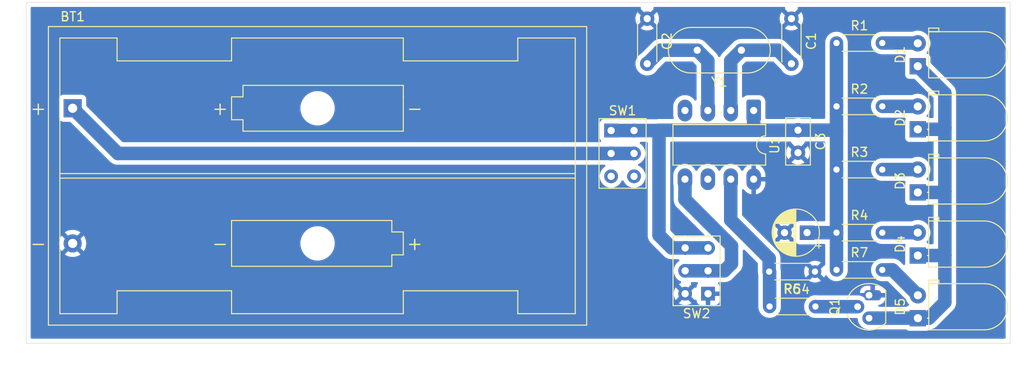
<source format=kicad_pcb>
(kicad_pcb
	(version 20241229)
	(generator "pcbnew")
	(generator_version "9.0")
	(general
		(thickness 1.6)
		(legacy_teardrops no)
	)
	(paper "A4")
	(layers
		(0 "F.Cu" signal)
		(2 "B.Cu" signal)
		(9 "F.Adhes" user "F.Adhesive")
		(11 "B.Adhes" user "B.Adhesive")
		(13 "F.Paste" user)
		(15 "B.Paste" user)
		(5 "F.SilkS" user "F.Silkscreen")
		(7 "B.SilkS" user "B.Silkscreen")
		(1 "F.Mask" user)
		(3 "B.Mask" user)
		(17 "Dwgs.User" user "User.Drawings")
		(19 "Cmts.User" user "User.Comments")
		(21 "Eco1.User" user "User.Eco1")
		(23 "Eco2.User" user "User.Eco2")
		(25 "Edge.Cuts" user)
		(27 "Margin" user)
		(31 "F.CrtYd" user "F.Courtyard")
		(29 "B.CrtYd" user "B.Courtyard")
		(35 "F.Fab" user)
		(33 "B.Fab" user)
		(39 "User.1" user)
		(41 "User.2" user)
		(43 "User.3" user)
		(45 "User.4" user)
	)
	(setup
		(pad_to_mask_clearance 0)
		(allow_soldermask_bridges_in_footprints no)
		(tenting front back)
		(pcbplotparams
			(layerselection 0x00000000_00000000_55555555_5755f5ff)
			(plot_on_all_layers_selection 0x00000000_00000000_00000000_00000000)
			(disableapertmacros no)
			(usegerberextensions no)
			(usegerberattributes yes)
			(usegerberadvancedattributes yes)
			(creategerberjobfile yes)
			(dashed_line_dash_ratio 12.000000)
			(dashed_line_gap_ratio 3.000000)
			(svgprecision 4)
			(plotframeref no)
			(mode 1)
			(useauxorigin no)
			(hpglpennumber 1)
			(hpglpenspeed 20)
			(hpglpendiameter 15.000000)
			(pdf_front_fp_property_popups yes)
			(pdf_back_fp_property_popups yes)
			(pdf_metadata yes)
			(pdf_single_document no)
			(dxfpolygonmode yes)
			(dxfimperialunits yes)
			(dxfusepcbnewfont yes)
			(psnegative no)
			(psa4output no)
			(plot_black_and_white yes)
			(sketchpadsonfab no)
			(plotpadnumbers no)
			(hidednponfab no)
			(sketchdnponfab yes)
			(crossoutdnponfab yes)
			(subtractmaskfromsilk no)
			(outputformat 1)
			(mirror no)
			(drillshape 1)
			(scaleselection 1)
			(outputdirectory "")
		)
	)
	(net 0 "")
	(net 1 "Net-(BT1-+)")
	(net 2 "GND")
	(net 3 "Net-(U1-GP5)")
	(net 4 "Net-(U1-GP4)")
	(net 5 "Net-(D1-K)")
	(net 6 "Net-(D1-A)")
	(net 7 "Net-(D2-A)")
	(net 8 "Net-(D3-A)")
	(net 9 "Net-(D4-A)")
	(net 10 "Net-(Q1-B)")
	(net 11 "Net-(U1-GP0)")
	(net 12 "unconnected-(U1-GP1-Pad6)")
	(net 13 "Net-(SW1-A)")
	(net 14 "Net-(D5-A)")
	(net 15 "Net-(SW2-B)")
	(net 16 "unconnected-(SW1-C-Pad3)")
	(net 17 "unconnected-(U1-GP3-Pad4)")
	(footprint "Button_Switch_THT:SW_NKK_G1xJP" (layer "F.Cu") (at 142 71.41))
	(footprint "Battery:BatteryHolder_Keystone_2462_2xAA" (layer "F.Cu") (at 82.27 68.94))
	(footprint "Capacitor_THT:C_Disc_D4.3mm_W1.9mm_P5.00mm" (layer "F.Cu") (at 146 59 -90))
	(footprint "Resistor_THT:R_Axial_DIN0204_L3.6mm_D1.6mm_P5.08mm_Horizontal" (layer "F.Cu") (at 164.61 87.06 180))
	(footprint "Resistor_THT:R_Axial_DIN0204_L3.6mm_D1.6mm_P5.08mm_Horizontal" (layer "F.Cu") (at 167 61.7))
	(footprint "Resistor_THT:R_Axial_DIN0204_L3.6mm_D1.6mm_P5.08mm_Horizontal" (layer "F.Cu") (at 159.58 90.93))
	(footprint "Resistor_THT:R_Axial_DIN0204_L3.6mm_D1.6mm_P5.08mm_Horizontal" (layer "F.Cu") (at 167 86.87))
	(footprint "Button_Switch_THT:SW_NKK_G1xJP" (layer "F.Cu") (at 152.75 89.51 180))
	(footprint "Capacitor_THT:CP_Radial_D5.0mm_P2.50mm" (layer "F.Cu") (at 163.735113 82.74 180))
	(footprint "Capacitor_THT:C_Disc_D4.3mm_W1.9mm_P5.00mm" (layer "F.Cu") (at 162 59 -90))
	(footprint "LED_THT:LED_D5.0mm_Horizontal_O1.27mm_Z3.0mm_Clear" (layer "F.Cu") (at 176.025 92.225 90))
	(footprint "Resistor_THT:R_Axial_DIN0204_L3.6mm_D1.6mm_P5.08mm_Horizontal" (layer "F.Cu") (at 167 82.74))
	(footprint "Resistor_THT:R_Axial_DIN0204_L3.6mm_D1.6mm_P5.08mm_Horizontal" (layer "F.Cu") (at 167 75.74))
	(footprint "Capacitor_THT:C_Disc_D5.0mm_W2.5mm_P2.50mm" (layer "F.Cu") (at 162.73 71.37 -90))
	(footprint "LED_THT:LED_D5.0mm_Horizontal_O1.27mm_Z3.0mm_Clear" (layer "F.Cu") (at 176.015 71.275 90))
	(footprint "Package_DIP:DIP-8_W7.62mm_LongPads" (layer "F.Cu") (at 157.81 69.19 -90))
	(footprint "Resistor_THT:R_Axial_DIN0204_L3.6mm_D1.6mm_P5.08mm_Horizontal" (layer "F.Cu") (at 167 68.73))
	(footprint "LED_THT:LED_D5.0mm_Horizontal_O1.27mm_Z3.0mm_Clear" (layer "F.Cu") (at 176.015 85.275 90))
	(footprint "LED_THT:LED_D5.0mm_Horizontal_O1.27mm_Z3.0mm_Clear" (layer "F.Cu") (at 176.015 78.275 90))
	(footprint "LED_THT:LED_D5.0mm_Horizontal_O1.27mm_Z3.0mm_Clear" (layer "F.Cu") (at 176.015 64.275 90))
	(footprint "Package_TO_SOT_THT:TO-92L_HandSolder" (layer "F.Cu") (at 170.61 92.22 90))
	(footprint "Crystal:Crystal_HC18-U_Vertical" (layer "F.Cu") (at 156.45 62.5 180))
	(gr_rect
		(start 77.11 57.2)
		(end 186.26 95)
		(stroke
			(width 0.05)
			(type default)
		)
		(fill no)
		(layer "Edge.Cuts")
		(uuid "398f6efd-311e-42f5-b051-30033d41efac")
	)
	(segment
		(start 142 73.95)
		(end 144.54 73.95)
		(width 1.5)
		(layer "B.Cu")
		(net 1)
		(uuid "2091d49a-4c18-41de-bff2-135908d55930")
	)
	(segment
		(start 87.28 73.95)
		(end 82.27 68.94)
		(width 1.5)
		(layer "B.Cu")
		(net 1)
		(uuid "5d0cdd64-2ac7-4cc5-b527-36a9210e4188")
	)
	(segment
		(start 142.21 73.95)
		(end 87.28 73.95)
		(width 1.5)
		(layer "B.Cu")
		(net 1)
		(uuid "c567a850-a23e-48a2-9a43-d09eb2c8355d")
	)
	(segment
		(start 160.5 62.5)
		(end 156.45 62.5)
		(width 1.5)
		(layer "B.Cu")
		(net 3)
		(uuid "5ff44f92-6180-43fe-89cb-d5bb9925a339")
	)
	(segment
		(start 155.27 63.68)
		(end 155.27 69.19)
		(width 1.5)
		(layer "B.Cu")
		(net 3)
		(uuid "823e3104-752b-42de-a304-9fa8d2b7ae4f")
	)
	(segment
		(start 156.45 62.5)
		(end 155.27 63.68)
		(width 1.5)
		(layer "B.Cu")
		(net 3)
		(uuid "b0bbe503-3c0a-418b-a583-f8b1cbcde47e")
	)
	(segment
		(start 162 64)
		(end 160.5 62.5)
		(width 1.5)
		(layer "B.Cu")
		(net 3)
		(uuid "e031a2b8-6ca0-4e39-a699-9840396a038d")
	)
	(segment
		(start 146 64)
		(end 147.5 62.5)
		(width 1.5)
		(layer "B.Cu")
		(net 4)
		(uuid "148357b3-a05a-4080-8af8-e159b1b6a330")
	)
	(segment
		(start 147.5 62.5)
		(end 151.55 62.5)
		(width 1.5)
		(layer "B.Cu")
		(net 4)
		(uuid "1aec55a0-a13a-4a28-b210-5963d93067e7")
	)
	(segment
		(start 152.73 63.68)
		(end 152.73 69.19)
		(width 1.5)
		(layer "B.Cu")
		(net 4)
		(uuid "214c696a-92a2-4ae8-bee1-c70e007692ee")
	)
	(segment
		(start 151.55 62.5)
		(end 152.73 63.68)
		(width 1.5)
		(layer "B.Cu")
		(net 4)
		(uuid "5bda90e0-cd7b-4c6f-94f5-3a27ec532505")
	)
	(segment
		(start 176.015 71.275)
		(end 178.855 71.275)
		(width 1.5)
		(layer "B.Cu")
		(net 5)
		(uuid "064329ad-4c69-4a32-923a-b8131584c918")
	)
	(segment
		(start 178.855 71.275)
		(end 179.02 71.11)
		(width 1.5)
		(layer "B.Cu")
		(net 5)
		(uuid "152b70d6-2d14-43e4-9244-520e0b31defe")
	)
	(segment
		(start 179.02 85.25)
		(end 179.02 90.45)
		(width 1.5)
		(layer "B.Cu")
		(net 5)
		(uuid "182cb3a9-40d0-483b-9541-bd7f4f0fe019")
	)
	(segment
		(start 170.61 92.22)
		(end 176.02 92.22)
		(width 1.5)
		(layer "B.Cu")
		(net 5)
		(uuid "2b703787-c318-4008-9893-c4a412806c49")
	)
	(segment
		(start 176.02 92.22)
		(end 176.025 92.225)
		(width 1.5)
		(layer "B.Cu")
		(net 5)
		(uuid "644a3266-1edd-4a73-b5a3-c4d8d5108dfb")
	)
	(segment
		(start 179.02 71.11)
		(end 179.02 67.28)
		(width 1.5)
		(layer "B.Cu")
		(net 5)
		(uuid "6e33d3fb-e4c2-4f96-9add-5bd2ea188b32")
	)
	(segment
		(start 179.02 78.16)
		(end 179.02 85.25)
		(width 1.5)
		(layer "B.Cu")
		(net 5)
		(uuid "75a7b7e1-8714-41b7-b2e2-0df90c83ea8c")
	)
	(segment
		(start 178.905 78.275)
		(end 179.02 78.16)
		(width 1.5)
		(layer "B.Cu")
		(net 5)
		(uuid "857495b2-94c6-4cb3-b702-3dc9dcd8d37a")
	)
	(segment
		(start 179.02 90.45)
		(end 177.245 92.225)
		(width 1.5)
		(layer "B.Cu")
		(net 5)
		(uuid "97ffe1d8-3195-4422-9868-d8dccb656c79")
	)
	(segment
		(start 177.245 92.225)
		(end 176.025 92.225)
		(width 1.5)
		(layer "B.Cu")
		(net 5)
		(uuid "99c9a455-f187-48b7-9695-219a4ae34efd")
	)
	(segment
		(start 179.02 78.16)
		(end 179.02 71.11)
		(width 1.5)
		(layer "B.Cu")
		(net 5)
		(uuid "a7303a5a-60e7-49d2-b21d-6a82e0f20818")
	)
	(segment
		(start 179.02 67.28)
		(end 176.015 64.275)
		(width 1.5)
		(layer "B.Cu")
		(net 5)
		(uuid "c1e8e189-e945-45f7-aa6b-14979fd7d4ee")
	)
	(segment
		(start 178.995 85.275)
		(end 179.02 85.25)
		(width 1.5)
		(layer "B.Cu")
		(net 5)
		(uuid "ec364596-4b02-4551-8d5f-0f27f7e3ddf9")
	)
	(segment
		(start 176.015 85.275)
		(end 178.995 85.275)
		(width 1.5)
		(layer "B.Cu")
		(net 5)
		(uuid "eff12793-482a-448e-94fe-a735eff1f3cd")
	)
	(segment
		(start 176.015 78.275)
		(end 178.905 78.275)
		(width 1.5)
		(layer "B.Cu")
		(net 5)
		(uuid "f2051872-bfc5-4f2d-ba19-29f19a787622")
	)
	(segment
		(start 175.98 61.7)
		(end 176.015 61.735)
		(width 1.5)
		(layer "B.Cu")
		(net 6)
		(uuid "8c24e684-8738-46fa-8902-acf4cf8b5732")
	)
	(segment
		(start 172.08 61.7)
		(end 175.98 61.7)
		(width 1.5)
		(layer "B.Cu")
		(net 6)
		(uuid "a0daf443-e1ce-4519-b796-08cdd18c7388")
	)
	(segment
		(start 176.01 68.73)
		(end 176.015 68.735)
		(width 1.5)
		(layer "B.Cu")
		(net 7)
		(uuid "955087f1-e76d-4684-9b88-f91691ec35f3")
	)
	(segment
		(start 172.08 68.73)
		(end 176.01 68.73)
		(width 1.5)
		(layer "B.Cu")
		(net 7)
		(uuid "c0f4960c-246a-4406-9fd6-91ca4ff30402")
	)
	(segment
		(start 172.08 75.74)
		(end 176.01 75.74)
		(width 1.5)
		(layer "B.Cu")
		(net 8)
		(uuid "595d472b-db5a-4872-9413-67090cece2b0")
	)
	(segment
		(start 176.01 75.74)
		(end 176.015 75.735)
		(width 1.5)
		(layer "B.Cu")
		(net 8)
		(uuid "843e9e7b-0d39-4217-83b8-38741705070d")
	)
	(segment
		(start 172.08 82.74)
		(end 176.01 82.74)
		(width 1.5)
		(layer "B.Cu")
		(net 9)
		(uuid "1f8b09e5-03a8-45c8-8077-b69d29cd7bb5")
	)
	(segment
		(start 176.01 82.74)
		(end 176.015 82.735)
		(width 1.5)
		(layer "B.Cu")
		(net 9)
		(uuid "d7b98109-8acf-46f1-a8b2-144485ce30cd")
	)
	(segment
		(start 164.68 90.95)
		(end 164.66 90.93)
		(width 1.5)
		(layer "B.Cu")
		(net 10)
		(uuid "3a2fc605-16f8-412d-846b-2a954ccb9887")
	)
	(segment
		(start 169.34 90.95)
		(end 164.68 90.95)
		(width 1.5)
		(layer "B.Cu")
		(net 10)
		(uuid "53c5ff7a-759c-4956-abad-7cddcdcde79c")
	)
	(segment
		(start 155.27 76.81)
		(end 155.27 81.34)
		(width 1.5)
		(layer "B.Cu")
		(net 11)
		(uuid "9b3f9f78-4abf-4f75-b3b4-096b446954c9")
	)
	(segment
		(start 159.58 87.11)
		(end 159.53 87.06)
		(width 1.5)
		(layer "B.Cu")
		(net 11)
		(uuid "c8fc8a84-e34d-4e53-8993-c4dcf32bbfb4")
	)
	(segment
		(start 159.58 90.93)
		(end 159.58 87.11)
		(width 1.5)
		(layer "B.Cu")
		(net 11)
		(uuid "e1df296a-51da-4a31-96d9-eaa4bc9ff977")
	)
	(segment
		(start 155.27 81.34)
		(end 159.53 85.6)
		(width 1.5)
		(layer "B.Cu")
		(net 11)
		(uuid "e4b10651-2e02-4c1f-88ac-fcfd866d1f03")
	)
	(segment
		(start 159.53 85.6)
		(end 159.53 87.06)
		(width 1.5)
		(layer "B.Cu")
		(net 11)
		(uuid "fa4b4b7f-c6ce-4689-8484-0218da8a088f")
	)
	(segment
		(start 162.73 71.37)
		(end 162.72 71.38)
		(width 1.5)
		(layer "B.Cu")
		(net 13)
		(uuid "06b9d04d-61f5-4d9d-8bfd-cc109403955f")
	)
	(segment
		(start 166.95 71.37)
		(end 167 71.42)
		(width 1.5)
		(layer "B.Cu")
		(net 13)
		(uuid "09d3ce0f-a0bb-4350-b01f-02c8d657391d")
	)
	(segment
		(start 157.87 71.38)
		(end 147.34 71.38)
		(width 1.5)
		(layer "B.Cu")
		(net 13)
		(uuid "29e4049e-354a-4349-acd8-bea75541e499")
	)
	(segment
		(start 167 86.87)
		(end 167 82.74)
		(width 1.5)
		(layer "B.Cu")
		(net 13)
		(uuid "6c8447a3-3067-4e20-904d-013e842e64b6")
	)
	(segment
		(start 167 71.42)
		(end 167 75.74)
		(width 1.5)
		(layer "B.Cu")
		(net 13)
		(uuid "750c30a0-b38c-425e-8da6-47a60a5f21c2")
	)
	(segment
		(start 147.31 71.41)
		(end 144.75 71.41)
		(width 1.5)
		(layer "B.Cu")
		(net 13)
		(uuid "79a78447-7089-4eea-84d5-9caea6169e4a")
	)
	(segment
		(start 162.72 71.38)
		(end 157.87 71.38)
		(width 1.5)
		(layer "B.Cu")
		(net 13)
		(uuid "8809b7d2-6a67-4cfa-8e4a-0a898509ee81")
	)
	(segment
		(start 147.31 83.02)
		(end 147.31 71.41)
		(width 1.5)
		(layer "B.Cu")
		(net 13)
		(uuid "90b39357-65e7-4ed5-9924-ffe42e60608f")
	)
	(segment
		(start 167 75.74)
		(end 167 82.74)
		(width 1.5)
		(layer "B.Cu")
		(net 13)
		(uuid "929d08b8-fa00-4a6c-96bd-ac9a9182b7b5")
	)
	(segment
		(start 144.75 71.41)
		(end 142.21 71.41)
		(width 1.5)
		(layer "B.Cu")
		(net 13)
		(uuid "929ee722-26b1-45c0-beae-590b15e9d298")
	)
	(segment
		(start 147.34 71.38)
		(end 147.31 71.41)
		(width 1.5)
		(layer "B.Cu")
		(net 13)
		(uuid "a26ff034-87dd-4253-acf9-53b57ccc75cf")
	)
	(segment
		(start 157.81 71.32)
		(end 157.87 71.38)
		(width 1.5)
		(layer "B.Cu")
		(net 13)
		(uuid "a7761b6b-70cd-4dea-ab73-2e56b0981d50")
	)
	(segment
		(start 163.735113 82.74)
		(end 167 82.74)
		(width 1.5)
		(layer "B.Cu")
		(net 13)
		(uuid "ae84673a-4b3a-48cd-a590-694edcfef05b")
	)
	(segment
		(start 150.21 84.43)
		(end 152.75 84.43)
		(width 1.5)
		(layer "B.Cu")
		(net 13)
		(uuid "c017b9a2-653a-4358-90c4-e5a759c5c081")
	)
	(segment
		(start 162.73 71.37)
		(end 166.95 71.37)
		(width 1.5)
		(layer "B.Cu")
		(net 13)
		(uuid "c7c6f89f-dd6f-479c-a3f3-5a05dab83401")
	)
	(segment
		(start 167 61.7)
		(end 167 68.73)
		(width 1.5)
		(layer "B.Cu")
		(net 13)
		(uuid "d32cec77-e5ae-4db2-923d-a0d312463d3d")
	)
	(segment
		(start 148.72 84.43)
		(end 147.31 83.02)
		(width 1.5)
		(layer "B.Cu")
		(net 13)
		(uuid "e2797c92-f7bc-40d5-a171-97829e0c45b7")
	)
	(segment
		(start 157.81 69.19)
		(end 157.81 71.32)
		(width 1.5)
		(layer "B.Cu")
		(net 13)
		(uuid "e940ba65-d577-4ee0-8225-b8d529ca5004")
	)
	(segment
		(start 167 68.73)
		(end 167 71.42)
		(width 1.5)
		(layer "B.Cu")
		(net 13)
		(uuid "f6052f24-b457-43d2-b96a-bb77a486579e")
	)
	(segment
		(start 150.21 84.43)
		(end 148.72 84.43)
		(width 1.5)
		(layer "B.Cu")
		(net 13)
		(uuid "fb4bd53b-5101-4324-a9a4-593ef4255bfa")
	)
	(segment
		(start 173.21 86.87)
		(end 176.025 89.685)
		(width 1.5)
		(layer "B.Cu")
		(net 14)
		(uuid "473a11db-a8a4-4b1b-b61d-949c36b451b6")
	)
	(segment
		(start 172.08 86.87)
		(end 173.21 86.87)
		(width 1.5)
		(layer "B.Cu")
		(net 14)
		(uuid "7a57c072-1c10-4ee6-9ebb-07cabe31a043")
	)
	(segment
		(start 150.19 76.81)
		(end 150.19 79.05)
		(width 1.5)
		(layer "B.Cu")
		(net 15)
		(uuid "058b7114-84e8-40b1-a0c3-98b036abdb17")
	)
	(segment
		(start 155.35 86.17)
		(end 154.55 86.97)
		(width 1.5)
		(layer "B.Cu")
		(net 15)
		(uuid "291a7ac2-1b9f-40fe-ac56-f1521a7c8195")
	)
	(segment
		(start 154.55 86.97)
		(end 152.75 86.97)
		(width 1.5)
		(layer "B.Cu")
		(net 15)
		(uuid "4bdac337-4b06-4e5a-9ddb-e344d3424c41")
	)
	(segment
		(start 155.35 84.21)
		(end 155.35 86.17)
		(width 1.5)
		(layer "B.Cu")
		(net 15)
		(uuid "7d6db847-4a34-4865-b796-b0697d33ac7f")
	)
	(segment
		(start 150.21 86.97)
		(end 152.75 86.97)
		(width 1.5)
		(layer "B.Cu")
		(net 15)
		(uuid "b96ced82-26b1-465c-a5cb-fef553fa7899")
	)
	(segment
		(start 150.19 79.05)
		(end 155.35 84.21)
		(width 1.5)
		(layer "B.Cu")
		(net 15)
		(uuid "f4d3465b-f852-4cde-88cb-425b1145cf86")
	)
	(zone
		(net 2)
		(net_name "GND")
		(layer "B.Cu")
		(uuid "d5578fbc-281d-4b12-aeee-302a8ef299ec")
		(hatch edge 0.5)
		(connect_pads
			(clearance 0.5)
		)
		(min_thickness 0.25)
		(filled_areas_thickness no)
		(fill yes
			(thermal_gap 0.5)
			(thermal_bridge_width 0.5)
		)
		(polygon
			(pts
				(xy 77.11 57) (xy 187.03 56.93) (xy 187.36 96.12) (xy 74.21 99.3) (xy 76.79 57.01)
			)
		)
		(filled_polygon
			(layer "B.Cu")
			(pts
				(xy 151.577623 88.240185) (xy 151.623378 88.292989) (xy 151.633322 88.362147) (xy 151.60985 88.418812)
				(xy 151.544647 88.50591) (xy 151.544645 88.505913) (xy 151.494403 88.64062) (xy 151.494401 88.640627)
				(xy 151.488 88.700155) (xy 151.488 88.740342) (xy 151.468315 88.807381) (xy 151.415511 88.853136)
				(xy 151.346353 88.86308) (xy 151.282797 88.834055) (xy 151.263683 88.813229) (xy 151.262269 88.811283)
				(xy 151.262268 88.811283) (xy 150.6164 89.457151) (xy 150.6164 89.456496) (xy 150.588705 89.353135)
				(xy 150.535201 89.260464) (xy 150.459536 89.184799) (xy 150.366865 89.131295) (xy 150.263504 89.1036)
				(xy 150.262847 89.1036) (xy 150.908716 88.457731) (xy 150.908715 88.45773) (xy 150.890943 88.444817)
				(xy 150.848278 88.389486) (xy 150.8423 88.319873) (xy 150.874907 88.258078) (xy 150.935746 88.223722)
				(xy 150.96383 88.2205) (xy 151.510584 88.2205)
			)
		)
		(filled_polygon
			(layer "B.Cu")
			(pts
				(xy 145.225532 57.709382) (xy 145.256257 57.716528) (xy 145.258808 57.719154) (xy 145.26232 57.720185)
				(xy 145.282968 57.744014) (xy 145.304951 57.766635) (xy 145.305677 57.770222) (xy 145.308075 57.772989)
				(xy 145.312563 57.804205) (xy 145.318826 57.835113) (xy 145.317498 57.838523) (xy 145.318019 57.842147)
				(xy 145.304918 57.870833) (xy 145.293476 57.900222) (xy 145.289918 57.903679) (xy 145.288994 57.905703)
				(xy 145.274173 57.919304) (xy 145.274077 57.920524) (xy 145.953554 58.6) (xy 145.947339 58.6) (xy 145.845606 58.627259)
				(xy 145.754394 58.67992) (xy 145.67992 58.754394) (xy 145.627259 58.845606) (xy 145.6 58.947339)
				(xy 145.6 58.953553) (xy 144.920524 58.274077) (xy 144.920523 58.274077) (xy 144.888143 58.318644)
				(xy 144.795244 58.500968) (xy 144.732009 58.695582) (xy 144.7 58.897682) (xy 144.7 59.102317) (xy 144.732009 59.304417)
				(xy 144.795244 59.499031) (xy 144.888141 59.68135) (xy 144.888147 59.681359) (xy 144.920523 59.725921)
				(xy 144.920524 59.725922) (xy 145.6 59.046446) (xy 145.6 59.052661) (xy 145.627259 59.154394) (xy 145.67992 59.245606)
				(xy 145.754394 59.32008) (xy 145.845606 59.372741) (xy 145.947339 59.4) (xy 145.953553 59.4) (xy 145.274076 60.079474)
				(xy 145.31865 60.111859) (xy 145.500968 60.204755) (xy 145.695582 60.26799) (xy 145.897683 60.3)
				(xy 146.102317 60.3) (xy 146.304417 60.26799) (xy 146.499031 60.204755) (xy 146.681349 60.111859)
				(xy 146.725921 60.079474) (xy 146.046447 59.4) (xy 146.052661 59.4) (xy 146.154394 59.372741) (xy 146.245606 59.32008)
				(xy 146.32008 59.245606) (xy 146.372741 59.154394) (xy 146.4 59.052661) (xy 146.4 59.046447) (xy 147.079474 59.725921)
				(xy 147.111859 59.681349) (xy 147.204755 59.499031) (xy 147.26799 59.304417) (xy 147.3 59.102317)
				(xy 147.3 58.897682) (xy 147.26799 58.695582) (xy 147.204755 58.500968) (xy 147.111859 58.31865)
				(xy 147.079474 58.274077) (xy 147.079474 58.274076) (xy 146.4 58.953551) (xy 146.4 58.947339) (xy 146.372741 58.845606)
				(xy 146.32008 58.754394) (xy 146.245606 58.67992) (xy 146.154394 58.627259) (xy 146.052661 58.6)
				(xy 146.046446 58.6) (xy 146.725922 57.920524) (xy 146.725626 57.916769) (xy 146.689167 57.869489)
				(xy 146.683188 57.799876) (xy 146.715793 57.738081) (xy 146.776631 57.703723) (xy 146.804718 57.7005)
				(xy 161.195281 57.7005) (xy 161.26232 57.720185) (xy 161.308075 57.772989) (xy 161.318019 57.842147)
				(xy 161.288994 57.905703) (xy 161.274173 57.919304) (xy 161.274077 57.920524) (xy 161.953554 58.6)
				(xy 161.947339 58.6) (xy 161.845606 58.627259) (xy 161.754394 58.67992) (xy 161.67992 58.754394)
				(xy 161.627259 58.845606) (xy 161.6 58.947339) (xy 161.6 58.953553) (xy 160.920524 58.274077) (xy 160.920523 58.274077)
				(xy 160.888143 58.318644) (xy 160.795244 58.500968) (xy 160.732009 58.695582) (xy 160.7 58.897682)
				(xy 160.7 59.102317) (xy 160.732009 59.304417) (xy 160.795244 59.499031) (xy 160.888141 59.68135)
				(xy 160.888147 59.681359) (xy 160.920523 59.725921) (xy 160.920524 59.725922) (xy 161.6 59.046446)
				(xy 161.6 59.052661) (xy 161.627259 59.154394) (xy 161.67992 59.245606) (xy 161.754394 59.32008)
				(xy 161.845606 59.372741) (xy 161.947339 59.4) (xy 161.953553 59.4) (xy 161.274076 60.079474) (xy 161.31865 60.111859)
				(xy 161.500968 60.204755) (xy 161.695582 60.26799) (xy 161.897683 60.3) (xy 162.102317 60.3) (xy 162.304417 60.26799)
				(xy 162.499031 60.204755) (xy 162.681349 60.111859) (xy 162.725921 60.079474) (xy 162.046447 59.4)
				(xy 162.052661 59.4) (xy 162.154394 59.372741) (xy 162.245606 59.32008) (xy 162.32008 59.245606)
				(xy 162.372741 59.154394) (xy 162.4 59.052661) (xy 162.4 59.046447) (xy 163.079474 59.725921) (xy 163.111859 59.681349)
				(xy 163.204755 59.499031) (xy 163.26799 59.304417) (xy 163.3 59.102317) (xy 163.3 58.897682) (xy 163.26799 58.695582)
				(xy 163.204755 58.500968) (xy 163.111859 58.31865) (xy 163.079474 58.274077) (xy 163.079474 58.274076)
				(xy 162.4 58.953551) (xy 162.4 58.947339) (xy 162.372741 58.845606) (xy 162.32008 58.754394) (xy 162.245606 58.67992)
				(xy 162.154394 58.627259) (xy 162.052661 58.6) (xy 162.046446 58.6) (xy 162.725922 57.920524) (xy 162.725626 57.916769)
				(xy 162.689167 57.869489) (xy 162.683188 57.799876) (xy 162.715793 57.738081) (xy 162.776631 57.703723)
				(xy 162.804718 57.7005) (xy 185.6355 57.7005) (xy 185.702539 57.720185) (xy 185.748294 57.772989)
				(xy 185.7595 57.8245) (xy 185.7595 94.3755) (xy 185.739815 94.442539) (xy 185.687011 94.488294)
				(xy 185.6355 94.4995) (xy 77.7345 94.4995) (xy 77.667461 94.479815) (xy 77.621706 94.427011) (xy 77.6105 94.3755)
				(xy 77.6105 83.811947) (xy 80.77 83.811947) (xy 80.77 84.048052) (xy 80.806934 84.281247) (xy 80.879897 84.505802)
				(xy 80.987087 84.716174) (xy 81.047338 84.799104) (xy 81.04734 84.799105) (xy 81.778871 84.067574)
				(xy 81.794755 84.126853) (xy 81.861898 84.243147) (xy 81.956853 84.338102) (xy 82.073147 84.405245)
				(xy 82.132425 84.421128) (xy 81.400893 85.152658) (xy 81.483828 85.212914) (xy 81.694197 85.320102)
				(xy 81.918752 85.393065) (xy 81.918751 85.393065) (xy 82.151948 85.43) (xy 82.388052 85.43) (xy 82.621247 85.393065)
				(xy 82.845802 85.320102) (xy 83.056163 85.212918) (xy 83.056169 85.212914) (xy 83.139104 85.152658)
				(xy 83.139105 85.152658) (xy 82.407574 84.421128) (xy 82.466853 84.405245) (xy 82.583147 84.338102)
				(xy 82.678102 84.243147) (xy 82.745245 84.126853) (xy 82.761128 84.067575) (xy 83.492658 84.799105)
				(xy 83.492658 84.799104) (xy 83.552914 84.716169) (xy 83.552918 84.716163) (xy 83.660102 84.505802)
				(xy 83.733065 84.281247) (xy 83.77 84.048052) (xy 83.77 83.811952) (xy 83.769999 83.811943) (xy 83.768969 83.805441)
				(xy 107.5345 83.805441) (xy 107.5345 84.054558) (xy 107.534501 84.054575) (xy 107.564646 84.283554)
				(xy 107.567018 84.301565) (xy 107.576808 84.338102) (xy 107.631498 84.542207) (xy 107.72683 84.772361)
				(xy 107.726837 84.772376) (xy 107.8514 84.988126) (xy 108.00306 85.185774) (xy 108.003066 85.185781)
				(xy 108.179218 85.361933) (xy 108.179225 85.361939) (xy 108.376873 85.513599) (xy 108.592623 85.638162)
				(xy 108.592638 85.638169) (xy 108.648755 85.661413) (xy 108.822793 85.733502) (xy 109.063435 85.797982)
				(xy 109.310435 85.8305) (xy 109.310442 85.8305) (xy 109.559558 85.8305) (xy 109.559565 85.8305)
				(xy 109.806565 85.797982) (xy 110.047207 85.733502) (xy 110.277373 85.638164) (xy 110.493127 85.513599)
				(xy 110.690776 85.361938) (xy 110.866938 85.185776) (xy 111.018599 84.988127) (xy 111.143164 84.772373)
				(xy 111.238502 84.542207) (xy 111.302982 84.301565) (xy 111.3355 84.054565) (xy 111.3355 83.805435)
				(xy 111.302982 83.558435) (xy 111.238502 83.317793) (xy 111.143164 83.087627) (xy 111.128917 83.062951)
				(xy 111.018599 82.871873) (xy 110.866939 82.674225) (xy 110.866933 82.674218) (xy 110.690781 82.498066)
				(xy 110.690774 82.49806) (xy 110.493126 82.3464) (xy 110.277376 82.221837) (xy 110.277361 82.22183)
				(xy 110.047207 82.126498) (xy 109.890823 82.084595) (xy 109.806565 82.062018) (xy 109.806564 82.062017)
				(xy 109.806561 82.062017) (xy 109.559575 82.029501) (xy 109.55957 82.0295) (xy 109.559565 82.0295)
				(xy 109.310435 82.0295) (xy 109.310429 82.0295) (xy 109.310424 82.029501) (xy 109.063438 82.062017)
				(xy 108.822792 82.126498) (xy 108.592638 82.22183) (xy 108.592623 82.221837) (xy 108.376873 82.3464)
				(xy 108.179225 82.49806) (xy 108.179218 82.498066) (xy 108.003066 82.674218) (xy 108.00306 82.674225)
				(xy 107.8514 82.871873) (xy 107.726837 83.087623) (xy 107.72683 83.087638) (xy 107.631498 83.317792)
				(xy 107.567017 83.558438) (xy 107.534501 83.805424) (xy 107.5345 83.805441) (xy 83.768969 83.805441)
				(xy 83.733065 83.578752) (xy 83.660102 83.354197) (xy 83.552914 83.143828) (xy 83.492658 83.060894)
				(xy 83.492658 83.060893) (xy 82.761128 83.792424) (xy 82.745245 83.733147) (xy 82.678102 83.616853)
				(xy 82.583147 83.521898) (xy 82.466853 83.454755) (xy 82.407574 83.438871) (xy 83.139105 82.70734)
				(xy 83.139104 82.707338) (xy 83.056174 82.647087) (xy 82.845802 82.539897) (xy 82.621247 82.466934)
				(xy 82.621248 82.466934) (xy 82.388052 82.43) (xy 82.151948 82.43) (xy 81.918752 82.466934) (xy 81.694197 82.539897)
				(xy 81.48383 82.647084) (xy 81.400894 82.70734) (xy 82.132425 83.438871) (xy 82.073147 83.454755)
				(xy 81.956853 83.521898) (xy 81.861898 83.616853) (xy 81.794755 83.733147) (xy 81.778871 83.792425)
				(xy 81.04734 83.060894) (xy 80.987084 83.14383) (xy 80.879897 83.354197) (xy 80.806934 83.578752)
				(xy 80.77 83.811947) (xy 77.6105 83.811947) (xy 77.6105 67.892135) (xy 80.7695 67.892135) (xy 80.7695 69.98787)
				(xy 80.769501 69.987876) (xy 80.775908 70.047483) (xy 80.826202 70.182328) (xy 80.826206 70.182335)
				(xy 80.912452 70.297544) (xy 80.912455 70.297547) (xy 81.027664 70.383793) (xy 81.027671 70.383797)
				(xy 81.162517 70.434091) (xy 81.162516 70.434091) (xy 81.169444 70.434835) (xy 81.222127 70.4405)
				(xy 81.950663 70.440499) (xy 82.017702 70.460183) (xy 82.038344 70.476818) (xy 86.465354 74.903828)
				(xy 86.624595 75.019524) (xy 86.707454 75.061742) (xy 86.799969 75.108882) (xy 86.799971 75.108882)
				(xy 86.799974 75.108884) (xy 86.875396 75.13339) (xy 86.987173 75.169709) (xy 87.181578 75.2005)
				(xy 87.181583 75.2005) (xy 87.181584 75.2005) (xy 87.378417 75.2005) (xy 141.245318 75.2005) (xy 141.312357 75.220185)
				(xy 141.358112 75.272989) (xy 141.368056 75.342147) (xy 141.339031 75.405703) (xy 141.318204 75.424818)
				(xy 141.177533 75.527021) (xy 141.037021 75.667533) (xy 140.920213 75.828305) (xy 140.829994 76.005367)
				(xy 140.829993 76.00537) (xy 140.768587 76.194362) (xy 140.750639 76.307682) (xy 140.7375 76.390639)
				(xy 140.7375 76.589361) (xy 140.746687 76.647365) (xy 140.768587 76.785637) (xy 140.829993 76.974629)
				(xy 140.829994 76.974632) (xy 140.871253 77.055606) (xy 140.920213 77.151694) (xy 141.037019 77.312464)
				(xy 141.177536 77.452981) (xy 141.338306 77.569787) (xy 141.376995 77.5895) (xy 141.515367 77.660005)
				(xy 141.51537 77.660006) (xy 141.609866 77.690709) (xy 141.704364 77.721413) (xy 141.900639 77.7525)
				(xy 141.90064 77.7525) (xy 142.09936 77.7525) (xy 142.099361 77.7525) (xy 142.295636 77.721413)
				(xy 142.484632 77.660005) (xy 142.661694 77.569787) (xy 142.822464 77.452981) (xy 142.962981 77.312464)
				(xy 143.079787 77.151694) (xy 143.159515 76.995218) (xy 143.20749 76.944423) (xy 143.275311 76.927628)
				(xy 143.341446 76.950165) (xy 143.380484 76.995218) (xy 143.460213 77.151694) (xy 143.577019 77.312464)
				(xy 143.717536 77.452981) (xy 143.878306 77.569787) (xy 143.916995 77.5895) (xy 144.055367 77.660005)
				(xy 144.05537 77.660006) (xy 144.149866 77.690709) (xy 144.244364 77.721413) (xy 144.440639 77.7525)
				(xy 144.44064 77.7525) (xy 144.63936 77.7525) (xy 144.639361 77.7525) (xy 144.835636 77.721413)
				(xy 145.024632 77.660005) (xy 145.201694 77.569787) (xy 145.362464 77.452981) (xy 145.502981 77.312464)
				(xy 145.619787 77.151694) (xy 145.710005 76.974632) (xy 145.771413 76.785636) (xy 145.8025 76.589361)
				(xy 145.8025 76.390639) (xy 145.771413 76.194364) (xy 145.710005 76.005368) (xy 145.710005 76.005367)
				(xy 145.650824 75.88922) (xy 145.619787 75.828306) (xy 145.502981 75.667536) (xy 145.362464 75.527019)
				(xy 145.201694 75.410213) (xy 145.045218 75.330484) (xy 144.994423 75.28251) (xy 144.977628 75.214689)
				(xy 145.000165 75.148554) (xy 145.045218 75.109515) (xy 145.201694 75.029787) (xy 145.362464 74.912981)
				(xy 145.502981 74.772464) (xy 145.619787 74.611694) (xy 145.710005 74.434632) (xy 145.771413 74.245636)
				(xy 145.8025 74.049361) (xy 145.8025 73.850639) (xy 145.771413 73.654364) (xy 145.71151 73.47) (xy 145.710006 73.46537)
				(xy 145.710005 73.465367) (xy 145.63918 73.326367) (xy 145.619787 73.288306) (xy 145.502981 73.127536)
				(xy 145.362464 72.987019) (xy 145.221795 72.884817) (xy 145.179131 72.829488) (xy 145.173152 72.759875)
				(xy 145.205758 72.69808) (xy 145.266597 72.663722) (xy 145.294682 72.6605) (xy 145.9355 72.6605)
				(xy 146.002539 72.680185) (xy 146.048294 72.732989) (xy 146.0595 72.7845) (xy 146.0595 83.118422)
				(xy 146.09029 83.312826) (xy 146.151117 83.50003) (xy 146.210642 83.616853) (xy 146.240476 83.675405)
				(xy 146.356172 83.834646) (xy 147.905354 85.383828) (xy 148.064595 85.499524) (xy 148.239974 85.588884)
				(xy 148.391642 85.638164) (xy 148.427174 85.649709) (xy 148.459575 85.65484) (xy 148.621578 85.6805)
				(xy 148.621583 85.6805) (xy 149.455318 85.6805) (xy 149.522357 85.700185) (xy 149.568112 85.752989)
				(xy 149.578056 85.822147) (xy 149.549031 85.885703) (xy 149.528204 85.904818) (xy 149.387533 86.007021)
				(xy 149.247021 86.147533) (xy 149.130213 86.308305) (xy 149.039994 86.485367) (xy 149.039993 86.48537)
				(xy 148.978587 86.674362) (xy 148.962015 86.778997) (xy 148.9475 86.870639) (xy 148.9475 87.069361)
				(xy 148.960976 87.154447) (xy 148.978587 87.265637) (xy 149.039993 87.454629) (xy 149.039994 87.454632)
				(xy 149.080867 87.534848) (xy 149.130213 87.631694) (xy 149.247019 87.792464) (xy 149.387536 87.932981)
				(xy 149.548306 88.049787) (xy 149.705332 88.129796) (xy 149.756127 88.177769) (xy 149.772922 88.24559)
				(xy 149.750385 88.311725) (xy 149.705332 88.350764) (xy 149.548566 88.430641) (xy 149.511283 88.457729)
				(xy 149.511282 88.45773) (xy 150.157154 89.1036) (xy 150.156496 89.1036) (xy 150.053135 89.131295)
				(xy 149.960464 89.184799) (xy 149.884799 89.260464) (xy 149.831295 89.353135) (xy 149.8036 89.456496)
				(xy 149.8036 89.457152) (xy 149.15773 88.811282) (xy 149.157729 88.811283) (xy 149.130643 88.848564)
				(xy 149.040457 89.025562) (xy 148.979075 89.214476) (xy 148.979075 89.214479) (xy 148.948 89.410678)
				(xy 148.948 89.609321) (xy 148.979075 89.80552) (xy 148.979075 89.805523) (xy 149.040457 89.994437)
				(xy 149.130641 90.171432) (xy 149.15773 90.208715) (xy 149.157731 90.208716) (xy 149.8036 89.562847)
				(xy 149.8036 89.563504) (xy 149.831295 89.666865) (xy 149.884799 89.759536) (xy 149.960464 89.835201)
				(xy 150.053135 89.888705) (xy 150.156496 89.9164) (xy 150.157153 89.9164) (xy 149.511283 90.562268)
				(xy 149.511283 90.562269) (xy 149.548567 90.589358) (xy 149.725562 90.679542) (xy 149.914477 90.740924)
				(xy 150.110679 90.772) (xy 150.309321 90.772) (xy 150.50552 90.740924) (xy 150.505523 90.740924)
				(xy 150.694437 90.679542) (xy 150.871425 90.589362) (xy 150.908716 90.562268) (xy 150.262848 89.9164)
				(xy 150.263504 89.9164) (xy 150.366865 89.888705) (xy 150.459536 89.835201) (xy 150.535201 89.759536)
				(xy 150.588705 89.666865) (xy 150.6164 89.563504) (xy 150.6164 89.562847) (xy 151.262268 90.208715)
				(xy 151.263683 90.206769) (xy 151.319013 90.164104) (xy 151.388627 90.158126) (xy 151.450421 90.190733)
				(xy 151.484778 90.251572) (xy 151.488 90.279656) (xy 151.488 90.319844) (xy 151.494401 90.379372)
				(xy 151.494403 90.379379) (xy 151.544645 90.514086) (xy 151.544649 90.514093) (xy 151.630809 90.629187)
				(xy 151.630812 90.62919) (xy 151.745906 90.71535) (xy 151.745913 90.715354) (xy 151.88062 90.765596)
				(xy 151.880627 90.765598) (xy 151.940155 90.771999) (xy 151.940172 90.772) (xy 152.5 90.772) (xy 152.5 89.834737)
				(xy 152.500464 89.835201) (xy 152.593135 89.888705) (xy 152.696496 89.9164) (xy 152.803504 89.9164)
				(xy 152.906865 89.888705) (xy 152.999536 89.835201) (xy 153 89.834737) (xy 153 90.772) (xy 153.559828 90.772)
				(xy 153.559844 90.771999) (xy 153.619372 90.765598) (xy 153.619379 90.765596) (xy 153.754086 90.715354)
				(xy 153.754093 90.71535) (xy 153.869187 90.62919) (xy 153.86919 90.629187) (xy 153.95535 90.514093)
				(xy 153.955354 90.514086) (xy 154.005596 90.379379) (xy 154.005598 90.379372) (xy 154.011999 90.319844)
				(xy 154.012 90.319827) (xy 154.012 89.76) (xy 153.074737 89.76) (xy 153.075201 89.759536) (xy 153.128705 89.666865)
				(xy 153.1564 89.563504) (xy 153.1564 89.456496) (xy 153.128705 89.353135) (xy 153.075201 89.260464)
				(xy 153.074737 89.26) (xy 154.012 89.26) (xy 154.012 88.700172) (xy 154.011999 88.700155) (xy 154.005598 88.640627)
				(xy 154.005596 88.64062) (xy 153.955354 88.505913) (xy 153.955352 88.50591) (xy 153.89015 88.418812)
				(xy 153.865732 88.353348) (xy 153.880583 88.285074) (xy 153.929988 88.235669) (xy 153.989416 88.2205)
				(xy 154.648422 88.2205) (xy 154.842826 88.189709) (xy 155.030026 88.128884) (xy 155.205405 88.039524)
				(xy 155.364646 87.923828) (xy 156.303828 86.984646) (xy 156.419524 86.825405) (xy 156.508884 86.650026)
				(xy 156.569709 86.462826) (xy 156.591089 86.327838) (xy 156.592416 86.319458) (xy 156.6005 86.268421)
				(xy 156.6005 84.738336) (xy 156.620185 84.671297) (xy 156.672989 84.625542) (xy 156.742147 84.615598)
				(xy 156.805703 84.644623) (xy 156.812181 84.650655) (xy 158.243181 86.081655) (xy 158.276666 86.142978)
				(xy 158.2795 86.169336) (xy 158.2795 87.158422) (xy 158.31029 87.352826) (xy 158.323431 87.393266)
				(xy 158.3295 87.431585) (xy 158.3295 91.028422) (xy 158.36029 91.222826) (xy 158.421117 91.410029)
				(xy 158.510476 91.585405) (xy 158.626172 91.744646) (xy 158.765354 91.883828) (xy 158.924595 91.999524)
				(xy 159.007455 92.041743) (xy 159.09997 92.088882) (xy 159.099972 92.088882) (xy 159.099975 92.088884)
				(xy 159.200317 92.121487) (xy 159.287173 92.149709) (xy 159.481578 92.1805) (xy 159.481583 92.1805)
				(xy 159.678422 92.1805) (xy 159.872826 92.149709) (xy 159.872829 92.149708) (xy 160.060025 92.088884)
				(xy 160.235405 91.999524) (xy 160.394646 91.883828) (xy 160.533828 91.744646) (xy 160.649524 91.585405)
				(xy 160.738884 91.410025) (xy 160.799709 91.222826) (xy 160.8305 91.028422) (xy 160.8305 90.831577)
				(xy 163.4095 90.831577) (xy 163.4095 91.028422) (xy 163.44029 91.222826) (xy 163.501117 91.41003)
				(xy 163.590476 91.585405) (xy 163.706172 91.744646) (xy 163.726172 91.764646) (xy 163.865354 91.903828)
				(xy 164.024595 92.019524) (xy 164.199975 92.108884) (xy 164.325621 92.149709) (xy 164.387173 92.169709)
				(xy 164.442718 92.178506) (xy 164.581578 92.2005) (xy 164.581583 92.2005) (xy 169.235595 92.2005)
				(xy 169.302634 92.220185) (xy 169.348389 92.272989) (xy 169.359213 92.314774) (xy 169.3595 92.318422)
				(xy 169.39029 92.512826) (xy 169.451117 92.700029) (xy 169.540476 92.875405) (xy 169.656172 93.034646)
				(xy 169.795354 93.173828) (xy 169.954595 93.289524) (xy 170.037455 93.331743) (xy 170.12997 93.378882)
				(xy 170.129972 93.378882) (xy 170.129975 93.378884) (xy 170.230317 93.411487) (xy 170.317173 93.439709)
				(xy 170.511578 93.4705) (xy 170.511583 93.4705) (xy 174.710091 93.4705) (xy 174.77713 93.490185)
				(xy 174.784402 93.495233) (xy 174.882669 93.568796) (xy 174.882671 93.568797) (xy 175.017517 93.619091)
				(xy 175.017516 93.619091) (xy 175.024444 93.619835) (xy 175.077127 93.6255) (xy 176.972872 93.625499)
				(xy 177.032483 93.619091) (xy 177.167331 93.568796) (xy 177.225819 93.525011) (xy 177.25892 93.500233)
				(xy 177.324385 93.475816) (xy 177.333231 93.4755) (xy 177.343422 93.4755) (xy 177.537826 93.444709)
				(xy 177.553214 93.439709) (xy 177.725026 93.383884) (xy 177.900405 93.294524) (xy 178.059646 93.178828)
				(xy 179.973828 91.264646) (xy 180.089524 91.105405) (xy 180.178884 90.930026) (xy 180.239709 90.742826)
				(xy 180.249732 90.679542) (xy 180.2705 90.548422) (xy 180.2705 67.181577) (xy 180.252586 67.068483)
				(xy 180.239709 66.987174) (xy 180.239708 66.98717) (xy 180.239708 66.987169) (xy 180.180391 66.804612)
				(xy 180.179329 66.800847) (xy 180.164868 66.772467) (xy 180.089524 66.624595) (xy 180.074742 66.60425)
				(xy 179.973834 66.46536) (xy 179.97383 66.465355) (xy 177.451818 63.943343) (xy 177.418333 63.88202)
				(xy 177.415499 63.855662) (xy 177.415499 63.327129) (xy 177.415498 63.327123) (xy 177.415497 63.327116)
				(xy 177.409091 63.267517) (xy 177.366297 63.152781) (xy 177.358797 63.132671) (xy 177.358793 63.132664)
				(xy 177.272547 63.017455) (xy 177.272544 63.017452) (xy 177.157335 62.931206) (xy 177.157328 62.931202)
				(xy 177.077419 62.901398) (xy 177.021485 62.859527) (xy 176.997068 62.794062) (xy 177.01192 62.725789)
				(xy 177.033069 62.697537) (xy 177.083242 62.647365) (xy 177.212815 62.469022) (xy 177.312895 62.272606)
				(xy 177.381015 62.062951) (xy 177.4155 61.845222) (xy 177.4155 61.624778) (xy 177.381015 61.407049)
				(xy 177.345303 61.297136) (xy 177.312896 61.197396) (xy 177.312895 61.197393) (xy 177.235039 61.044595)
				(xy 177.212815 61.000978) (xy 177.12881 60.885354) (xy 177.083247 60.822641) (xy 177.083243 60.822636)
				(xy 176.927363 60.666756) (xy 176.927358 60.666752) (xy 176.749025 60.537187) (xy 176.749024 60.537186)
				(xy 176.749022 60.537185) (xy 176.686096 60.505122) (xy 176.552606 60.437104) (xy 176.552603 60.437103)
				(xy 176.342952 60.368985) (xy 176.234086 60.351742) (xy 176.125222 60.3345) (xy 175.904778 60.3345)
				(xy 175.861232 60.341397) (xy 175.687045 60.368985) (xy 175.477399 60.437102) (xy 175.472901 60.438966)
				(xy 175.472382 60.437715) (xy 175.423298 60.4495) (xy 171.981578 60.4495) (xy 171.787173 60.48029)
				(xy 171.59997 60.541117) (xy 171.424594 60.630476) (xy 171.37466 60.666756) (xy 171.265354 60.746172)
				(xy 171.265352 60.746174) (xy 171.265351 60.746174) (xy 171.126174 60.885351) (xy 171.126174 60.885352)
				(xy 171.126172 60.885354) (xy 171.076485 60.953741) (xy 171.010476 61.044594) (xy 170.921117 61.21997)
				(xy 170.86029 61.407173) (xy 170.8295 61.601577) (xy 170.8295 61.798422) (xy 170.86029 61.992826)
				(xy 170.921117 62.180029) (xy 170.968288 62.272606) (xy 171.010476 62.355405) (xy 171.126172 62.514646)
				(xy 171.265354 62.653828) (xy 171.424595 62.769524) (xy 171.472754 62.794062) (xy 171.59997 62.858882)
				(xy 171.599972 62.858882) (xy 171.599975 62.858884) (xy 171.648036 62.8745) (xy 171.787173 62.919709)
				(xy 171.981578 62.9505) (xy 171.981583 62.9505) (xy 174.561685 62.9505) (xy 174.628724 62.970185)
				(xy 174.674479 63.022989) (xy 174.684423 63.092147) (xy 174.673766 63.124159) (xy 174.674303 63.124359)
				(xy 174.620908 63.267517) (xy 174.615439 63.31839) (xy 174.614501 63.327123) (xy 174.6145 63.327135)
				(xy 174.6145 65.22287) (xy 174.614501 65.222876) (xy 174.620908 65.282483) (xy 174.671202 65.417328)
				(xy 174.671206 65.417335) (xy 174.757452 65.532544) (xy 174.757455 65.532547) (xy 174.872664 65.618793)
				(xy 174.872671 65.618797) (xy 174.917618 65.635561) (xy 175.007517 65.669091) (xy 175.067127 65.6755)
				(xy 175.595663 65.675499) (xy 175.662702 65.695183) (xy 175.683344 65.711818) (xy 177.733181 67.761655)
				(xy 177.766666 67.822978) (xy 177.7695 67.849336) (xy 177.7695 69.9005) (xy 177.749815 69.967539)
				(xy 177.697011 70.013294) (xy 177.6455 70.0245) (xy 177.323231 70.0245) (xy 177.307992 70.020465)
				(xy 177.294722 70.021178) (xy 177.273881 70.011435) (xy 177.261878 70.008258) (xy 177.255127 70.004414)
				(xy 177.157331 69.931204) (xy 177.068074 69.897913) (xy 177.059399 69.892974) (xy 177.041788 69.874725)
				(xy 177.021485 69.859527) (xy 177.017934 69.850008) (xy 177.01088 69.842698) (xy 177.00593 69.817824)
				(xy 176.997068 69.794062) (xy 176.999227 69.784134) (xy 176.997245 69.774171) (xy 177.006529 69.750569)
				(xy 177.01192 69.725789) (xy 177.021102 69.713522) (xy 177.022822 69.709152) (xy 177.026196 69.706718)
				(xy 177.033069 69.697537) (xy 177.083242 69.647365) (xy 177.212815 69.469022) (xy 177.312895 69.272606)
				(xy 177.381015 69.062951) (xy 177.4155 68.845222) (xy 177.4155 68.624778) (xy 177.381015 68.407049)
				(xy 177.343236 68.290776) (xy 177.312896 68.197396) (xy 177.312895 68.197393) (xy 177.262066 68.097638)
				(xy 177.212815 68.000978) (xy 177.170536 67.942786) (xy 177.083247 67.822641) (xy 177.083243 67.822636)
				(xy 176.927363 67.666756) (xy 176.927358 67.666752) (xy 176.749025 67.537187) (xy 176.749024 67.537186)
				(xy 176.749022 67.537185) (xy 176.655436 67.4895) (xy 176.552606 67.437104) (xy 176.552603 67.437103)
				(xy 176.342952 67.368985) (xy 176.234086 67.351742) (xy 176.125222 67.3345) (xy 175.904778 67.3345)
				(xy 175.832201 67.345995) (xy 175.687047 67.368985) (xy 175.477396 67.437103) (xy 175.477393 67.437104)
				(xy 175.420714 67.465985) (xy 175.364419 67.4795) (xy 171.981578 67.4795) (xy 171.787173 67.51029)
				(xy 171.59997 67.571117) (xy 171.424594 67.660476) (xy 171.361316 67.706451) (xy 171.265354 67.776172)
				(xy 171.265352 67.776174) (xy 171.265351 67.776174) (xy 171.126174 67.915351) (xy 171.126174 67.915352)
				(xy 171.126172 67.915354) (xy 171.106241 67.942787) (xy 171.010476 68.074594) (xy 170.921117 68.24997)
				(xy 170.86029 68.437173) (xy 170.8295 68.631577) (xy 170.8295 68.828422) (xy 170.86029 69.022826)
				(xy 170.921117 69.210029) (xy 171.010476 69.385405) (xy 171.126172 69.544646) (xy 171.265354 69.683828)
				(xy 171.424595 69.799524) (xy 171.507455 69.841743) (xy 171.59997 69.888882) (xy 171.599972 69.888882)
				(xy 171.599975 69.888884) (xy 171.700317 69.921487) (xy 171.787173 69.949709) (xy 171.981578 69.9805)
				(xy 171.981583 69.9805) (xy 174.549366 69.9805) (xy 174.616405 70.000185) (xy 174.66216 70.052989)
				(xy 174.672104 70.122147) (xy 174.665548 70.147833) (xy 174.620908 70.267517) (xy 174.614501 70.327116)
				(xy 174.6145 70.327135) (xy 174.6145 72.22287) (xy 174.614501 72.222876) (xy 174.620908 72.282483)
				(xy 174.671202 72.417328) (xy 174.671206 72.417335) (xy 174.757452 72.532544) (xy 174.757455 72.532547)
				(xy 174.872664 72.618793) (xy 174.872671 72.618797) (xy 175.007517 72.669091) (xy 175.007516 72.669091)
				(xy 175.014444 72.669835) (xy 175.067127 72.6755) (xy 176.962872 72.675499) (xy 177.022483 72.669091)
				(xy 177.157331 72.618796) (xy 177.226985 72.566653) (xy 177.24892 72.550233) (xy 177.314385 72.525816)
				(xy 177.323231 72.5255) (xy 177.6455 72.5255) (xy 177.712539 72.545185) (xy 177.758294 72.597989)
				(xy 177.7695 72.6495) (xy 177.7695 76.9005) (xy 177.749815 76.967539) (xy 177.697011 77.013294)
				(xy 177.6455 77.0245) (xy 177.323231 77.0245) (xy 177.307992 77.020465) (xy 177.294722 77.021178)
				(xy 177.273881 77.011435) (xy 177.261878 77.008258) (xy 177.255127 77.004414) (xy 177.157331 76.931204)
				(xy 177.068074 76.897913) (xy 177.059399 76.892974) (xy 177.041788 76.874725) (xy 177.021485 76.859527)
				(xy 177.017934 76.850008) (xy 177.01088 76.842698) (xy 177.00593 76.817824) (xy 176.997068 76.794062)
				(xy 176.999227 76.784134) (xy 176.997245 76.774171) (xy 177.006529 76.750569) (xy 177.01192 76.725789)
				(xy 177.021102 76.713522) (xy 177.022822 76.709152) (xy 177.026196 76.706718) (xy 177.033069 76.697537)
				(xy 177.083242 76.647365) (xy 177.212815 76.469022) (xy 177.312895 76.272606) (xy 177.381015 76.062951)
				(xy 177.4155 75.845222) (xy 177.4155 75.624778) (xy 177.381015 75.407049) (xy 177.343454 75.291446)
				(xy 177.312896 75.197396) (xy 177.312895 75.197393) (xy 177.25542 75.084594) (xy 177.212815 75.000978)
				(xy 177.14223 74.903825) (xy 177.083247 74.822641) (xy 177.083243 74.822636) (xy 176.927363 74.666756)
				(xy 176.927358 74.666752) (xy 176.749025 74.537187) (xy 176.749024 74.537186) (xy 176.749022 74.537185)
				(xy 176.655436 74.4895) (xy 176.552606 74.437104) (xy 176.552603 74.437103) (xy 176.342952 74.368985)
				(xy 176.234086 74.351742) (xy 176.125222 74.3345) (xy 175.904778 74.3345) (xy 175.832201 74.345995)
				(xy 175.687047 74.368985) (xy 175.477396 74.437103) (xy 175.477393 74.437104) (xy 175.401088 74.475985)
				(xy 175.344793 74.4895) (xy 171.981578 74.4895) (xy 171.787173 74.52029) (xy 171.59997 74.581117)
				(xy 171.424594 74.670476) (xy 171.333741 74.736485) (xy 171.265354 74.786172) (xy 171.265352 74.786174)
				(xy 171.265351 74.786174) (xy 171.126174 74.925351) (xy 171.126174 74.925352) (xy 171.126172 74.925354)
				(xy 171.076485 74.993741) (xy 171.010476 75.084594) (xy 170.921117 75.25997) (xy 170.86029 75.447173)
				(xy 170.8295 75.641577) (xy 170.8295 75.838422) (xy 170.86029 76.032826) (xy 170.921117 76.220029)
				(xy 170.965779 76.307682) (xy 171.010476 76.395405) (xy 171.126172 76.554646) (xy 171.265354 76.693828)
				(xy 171.424595 76.809524) (xy 171.489703 76.842698) (xy 171.59997 76.898882) (xy 171.599972 76.898882)
				(xy 171.599975 76.898884) (xy 171.699445 76.931204) (xy 171.787173 76.959709) (xy 171.981578 76.9905)
				(xy 171.981583 76.9905) (xy 174.545636 76.9905) (xy 174.612675 77.010185) (xy 174.65843 77.062989)
				(xy 174.668374 77.132147) (xy 174.661818 77.157833) (xy 174.620908 77.267517) (xy 174.614501 77.327116)
				(xy 174.6145 77.327135) (xy 174.6145 79.22287) (xy 174.614501 79.222876) (xy 174.620908 79.282483)
				(xy 174.671202 79.417328) (xy 174.671206 79.417335) (xy 174.757452 79.532544) (xy 174.757455 79.532547)
				(xy 174.872664 79.618793) (xy 174.872671 79.618797) (xy 175.007517 79.669091) (xy 175.007516 79.669091)
				(xy 175.014444 79.669835) (xy 175.067127 79.6755) (xy 176.962872 79.675499) (xy 177.022483 79.669091)
				(xy 177.157331 79.618796) (xy 177.215819 79.575011) (xy 177.24892 79.550233) (xy 177.314385 79.525816)
				(xy 177.323231 79.5255) (xy 177.6455 79.5255) (xy 177.712539 79.545185) (xy 177.758294 79.597989)
				(xy 177.7695 79.6495) (xy 177.7695 83.9005) (xy 177.749815 83.967539) (xy 177.697011 84.013294)
				(xy 177.6455 84.0245) (xy 177.323231 84.0245) (xy 177.307992 84.020465) (xy 177.294722 84.021178)
				(xy 177.273881 84.011435) (xy 177.261878 84.008258) (xy 177.255127 84.004414) (xy 177.157331 83.931204)
				(xy 177.068074 83.897913) (xy 177.059399 83.892974) (xy 177.041788 83.874725) (xy 177.021485 83.859527)
				(xy 177.017934 83.850008) (xy 177.01088 83.842698) (xy 177.00593 83.817824) (xy 176.997068 83.794062)
				(xy 176.999227 83.784134) (xy 176.997245 83.774171) (xy 177.006529 83.750569) (xy 177.01192 83.725789)
				(xy 177.021102 83.713522) (xy 177.022822 83.709152) (xy 177.026196 83.706718) (xy 177.033069 83.697537)
				(xy 177.083242 83.647365) (xy 177.212815 83.469022) (xy 177.312895 83.272606) (xy 177.381015 83.062951)
				(xy 177.4155 82.845222) (xy 177.4155 82.624778) (xy 177.381015 82.407049) (xy 177.346955 82.302221)
				(xy 177.312896 82.197396) (xy 177.312895 82.197393) (xy 177.25542 82.084594) (xy 177.212815 82.000978)
				(xy 177.157869 81.925351) (xy 177.083247 81.822641) (xy 177.083243 81.822636) (xy 176.927363 81.666756)
				(xy 176.927358 81.666752) (xy 176.749025 81.537187) (xy 176.749024 81.537186) (xy 176.749022 81.537185)
				(xy 176.655436 81.4895) (xy 176.552606 81.437104) (xy 176.552603 81.437103) (xy 176.342952 81.368985)
				(xy 176.234086 81.351742) (xy 176.125222 81.3345) (xy 175.904778 81.3345) (xy 175.832201 81.345995)
				(xy 175.687047 81.368985) (xy 175.477396 81.437103) (xy 175.477393 81.437104) (xy 175.401088 81.475985)
				(xy 175.344793 81.4895) (xy 171.981578 81.4895) (xy 171.787173 81.52029) (xy 171.59997 81.581117)
				(xy 171.424594 81.670476) (xy 171.333741 81.736485) (xy 171.265354 81.786172) (xy 171.265352 81.786174)
				(xy 171.265351 81.786174) (xy 171.126174 81.925351) (xy 171.126174 81.925352) (xy 171.126172 81.925354)
				(xy 171.103602 81.956419) (xy 171.010476 82.084594) (xy 170.921117 82.25997) (xy 170.86029 82.447173)
				(xy 170.8295 82.641577) (xy 170.8295 82.838422) (xy 170.86029 83.032826) (xy 170.921117 83.220029)
				(xy 171.010476 83.395405) (xy 171.126172 83.554646) (xy 171.265354 83.693828) (xy 171.424595 83.809524)
				(xy 171.4739 83.834646) (xy 171.59997 83.898882) (xy 171.599972 83.898882) (xy 171.599975 83.898884)
				(xy 171.695737 83.929999) (xy 171.787173 83.959709) (xy 171.981578 83.9905) (xy 171.981583 83.9905)
				(xy 174.545636 83.9905) (xy 174.612675 84.010185) (xy 174.65843 84.062989) (xy 174.668374 84.132147)
				(xy 174.661818 84.157833) (xy 174.620908 84.267517) (xy 174.614501 84.327116) (xy 174.6145 84.327135)
				(xy 174.6145 86.206664) (xy 174.594815 86.273703) (xy 174.542011 86.319458) (xy 174.472853 86.329402)
				(xy 174.409297 86.300377) (xy 174.402819 86.294345) (xy 174.024648 85.916174) (xy 174.024646 85.916172)
				(xy 173.865405 85.800476) (xy 173.86051 85.797982) (xy 173.69003 85.711117) (xy 173.502826 85.65029)
				(xy 173.308422 85.6195) (xy 173.308417 85.6195) (xy 171.981583 85.6195) (xy 171.981578 85.6195)
				(xy 171.787173 85.65029) (xy 171.59997 85.711117) (xy 171.424594 85.800476) (xy 171.342668 85.86)
				(xy 171.265354 85.916172) (xy 171.265352 85.916174) (xy 171.265351 85.916174) (xy 171.126174 86.055351)
				(xy 171.126174 86.055352) (xy 171.126172 86.055354) (xy 171.107063 86.081655) (xy 171.010476 86.214594)
				(xy 170.921117 86.38997) (xy 170.86029 86.577173) (xy 170.8295 86.771577) (xy 170.8295 86.968422)
				(xy 170.86029 87.162826) (xy 170.921117 87.350029) (xy 170.992331 87.489794) (xy 171.010476 87.525405)
				(xy 171.126172 87.684646) (xy 171.265354 87.823828) (xy 171.424595 87.939524) (xy 171.507455 87.981743)
				(xy 171.59997 88.028882) (xy 171.599972 88.028882) (xy 171.599975 88.028884) (xy 171.700317 88.061487)
				(xy 171.787173 88.089709) (xy 171.981578 88.1205) (xy 171.981583 88.1205) (xy 172.640664 88.1205)
				(xy 172.707703 88.140185) (xy 172.728345 88.156819) (xy 174.673793 90.102267) (xy 174.704043 90.15163)
				(xy 174.727103 90.222603) (xy 174.827187 90.419025) (xy 174.956752 90.597358) (xy 174.956756 90.597363)
				(xy 175.006928 90.647535) (xy 175.040413 90.708858) (xy 175.035429 90.77855) (xy 174.993557 90.834483)
				(xy 174.980101 90.843257) (xy 174.971654 90.848014) (xy 174.882669 90.881204) (xy 174.791315 90.94959)
				(xy 174.784303 90.953541) (xy 174.75779 90.959674) (xy 174.732296 90.969184) (xy 174.723449 90.9695)
				(xy 171.760929 90.9695) (xy 171.69389 90.949815) (xy 171.648135 90.897011) (xy 171.638191 90.827853)
				(xy 171.667216 90.764297) (xy 171.725994 90.726523) (xy 171.747046 90.72228) (xy 171.808539 90.715351)
				(xy 171.973386 90.657669) (xy 172.121262 90.564753) (xy 172.244753 90.441262) (xy 172.337669 90.293386)
				(xy 172.395351 90.128539) (xy 172.409999 89.99853) (xy 172.41 89.998526) (xy 172.41 89.93) (xy 170.89033 89.93)
				(xy 170.910075 89.910255) (xy 170.959444 89.824745) (xy 170.985 89.72937) (xy 170.985 89.63063)
				(xy 170.959444 89.535255) (xy 170.910075 89.449745) (xy 170.89033 89.43) (xy 171.26 89.43) (xy 172.41 89.43)
				(xy 172.41 89.361473) (xy 172.409999 89.361469) (xy 172.395351 89.23146) (xy 172.337669 89.066613)
				(xy 172.244753 88.918737) (xy 172.121262 88.795246) (xy 171.973386 88.70233) (xy 171.808539 88.644648)
				(xy 171.67853 88.63) (xy 171.26 88.63) (xy 171.26 89.43) (xy 170.89033 89.43) (xy 170.840255 89.379925)
				(xy 170.76 89.333589) (xy 170.76 88.63) (xy 170.341469 88.63) (xy 170.21146 88.644648) (
... [26431 chars truncated]
</source>
